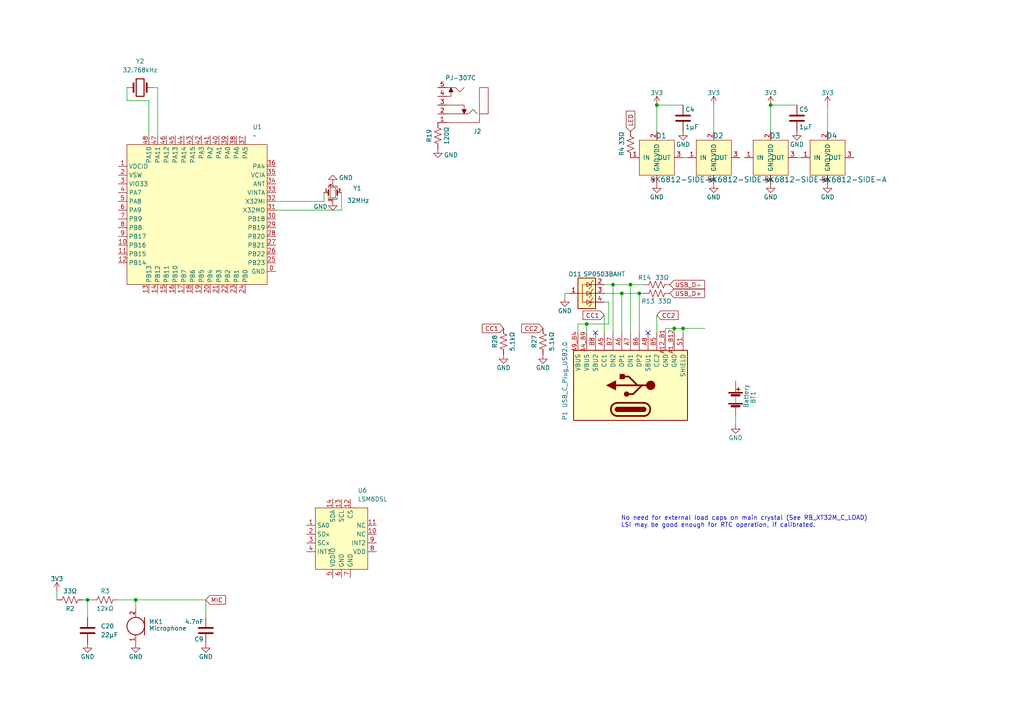
<source format=kicad_sch>
(kicad_sch (version 20250114) (generator "eeschema") (generator_version "9.0")
  (paper "A4")
  (lib_symbols
    (symbol "Device:Crystal" (pin_numbers (hide yes)) (pin_names (offset 1.016) (hide yes))
      (property "Reference" "Y" (at 0 3.81 0))
      (property "Value" "Crystal" (at 0 -3.81 0))
      (symbol "Crystal_0_1"
        (polyline (pts (xy -2.54 0) (xy -1.905 0)))
        (polyline (pts (xy -1.905 -1.27) (xy -1.905 1.27)) (stroke (width 0.508)))
        (rectangle (start -1.143 2.54) (end 1.143 -2.54) (stroke (width 0.3048)))
        (polyline (pts (xy 1.905 -1.27) (xy 1.905 1.27)) (stroke (width 0.508)))
        (polyline (pts (xy 2.54 0) (xy 1.905 0)))
      )
      (symbol "Crystal_1_1"
        (pin passive line (at -3.81 0 0) (length 1.27) (name "1") (number "1"))
        (pin passive line (at 3.81 0 180) (length 1.27) (name "2") (number "2"))
      )
    )
    (symbol "Device:Crystal_GND24_Small" (pin_names (offset 1.016) (hide yes))
      (property "Reference" "Y" (at 1.27 4.445 0))
      (property "Value" "Crystal_GND24_Small" (at 1.27 2.54 0))
      (symbol "Crystal_GND24_Small_0_1"
        (polyline (pts (xy -1.27 1.27) (xy -1.27 1.905) (xy 1.27 1.905) (xy 1.27 1.27)))
        (polyline (pts (xy -1.27 -0.762) (xy -1.27 0.762)) (stroke (width 0.381)))
        (polyline (pts (xy -1.27 -1.27) (xy -1.27 -1.905) (xy 1.27 -1.905) (xy 1.27 -1.27)))
        (rectangle (start -0.762 -1.524) (end 0.762 1.524))
        (polyline (pts (xy 1.27 -0.762) (xy 1.27 0.762)) (stroke (width 0.381)))
      )
      (symbol "Crystal_GND24_Small_1_1"
        (pin passive line (at -2.54 0 0) (length 1.27) (name "1") (number "1"))
        (pin passive line (at 0 2.54 270) (length 0.635) (name "4") (number "4"))
        (pin passive line (at 0 -2.54 90) (length 0.635) (name "2") (number "2"))
        (pin passive line (at 2.54 0 180) (length 1.27) (name "3") (number "3"))
      )
    )
    (symbol "Swadge_Parts:+3.3V" (power) (pin_names (offset 0))
      (property "Value" "+3.3V" (at 0 3.556 0))
      (symbol "+3.3V_0_1"
        (polyline (pts (xy -0.762 1.27) (xy 0 2.54)))
        (polyline (pts (xy 0 2.54) (xy 0.762 1.27)))
        (polyline (pts (xy 0 0) (xy 0 2.54)))
      )
      (symbol "+3.3V_1_1"
        (pin power_in line (at 0 0 90) (length 0) (hide yes) (name "+3V3") (number "1"))
      )
    )
    (symbol "Swadge_Parts:Battery" (pin_numbers (hide yes)) (pin_names (offset 0) (hide yes))
      (property "Reference" "BT" (at 2.54 2.54 0))
      (property "Value" "Battery" (at 2.54 0 0))
      (symbol "Battery_0_1"
        (rectangle (start -2.032 1.778) (end 2.032 1.524) (fill (type outline)))
        (rectangle (start -2.032 -1.397) (end 2.032 -1.651) (fill (type outline)))
        (rectangle (start -1.3208 1.1938) (end 1.27 0.6858) (fill (type outline)))
        (rectangle (start -1.3208 -1.9812) (end 1.27 -2.4892) (fill (type outline)))
        (polyline (pts (xy 0 1.778) (xy 0 2.54)))
        (polyline (pts (xy 0 0.508) (xy 0 0.762)))
        (polyline (pts (xy 0 0) (xy 0 0.254)))
        (polyline (pts (xy 0 -0.508) (xy 0 -0.254)))
        (polyline (pts (xy 0 -1.016) (xy 0 -0.762)))
        (polyline (pts (xy 0 -1.524) (xy 0 -1.27)))
        (polyline (pts (xy 0.254 2.667) (xy 1.27 2.667)) (stroke (width 0.254)))
        (polyline (pts (xy 0.762 3.175) (xy 0.762 2.159)) (stroke (width 0.254)))
      )
      (symbol "Battery_1_1"
        (pin passive line (at 0 5.08 270) (length 2.54) (name "+") (number "1"))
        (pin passive line (at 0 -5.08 90) (length 2.54) (name "-") (number "2"))
      )
    )
    (symbol "Swadge_Parts:C" (pin_numbers (hide yes)) (pin_names (offset 0.254))
      (property "Reference" "C" (at 0.635 2.54 0))
      (property "Value" "C" (at 0.635 -2.54 0))
      (symbol "C_0_1"
        (polyline (pts (xy -2.032 0.762) (xy 2.032 0.762)) (stroke (width 0.508)))
        (polyline (pts (xy -2.032 -0.762) (xy 2.032 -0.762)) (stroke (width 0.508)))
      )
      (symbol "C_1_1"
        (pin passive line (at 0 3.81 270) (length 2.794) (name "~") (number "1"))
        (pin passive line (at 0 -3.81 90) (length 2.794) (name "~") (number "2"))
      )
    )
    (symbol "Swadge_Parts:GND" (power) (pin_names (offset 0))
      (property "Value" "GND" (at 0 -3.81 0))
      (symbol "GND_0_1"
        (polyline (pts (xy 0 0) (xy 0 -1.27) (xy 1.27 -1.27) (xy 0 -2.54) (xy -1.27 -1.27) (xy 0 -1.27)))
      )
      (symbol "GND_1_1"
        (pin power_in line (at 0 0 270) (length 0) (hide yes) (name "GND") (number "1"))
      )
    )
    (symbol "Swadge_Parts:LSM6DS3TR-C"
      (property "Reference" "U" (at 0 0 0))
      (symbol "LSM6DS3TR-C_1_1"
        (rectangle (start -7.62 8.89) (end 7.62 -8.89) (fill (type background)))
        (pin bidirectional line (at -10.16 3.81 0) (length 2.54) (name "SA0") (number "1"))
        (pin bidirectional line (at -10.16 1.27 0) (length 2.54) (name "SDx") (number "2"))
        (pin bidirectional line (at -10.16 -1.27 0) (length 2.54) (name "SCx") (number "3"))
        (pin bidirectional line (at -10.16 -3.81 0) (length 2.54) (name "INT1") (number "4"))
        (pin bidirectional line (at -2.54 11.43 270) (length 2.54) (name "SDA") (number "14"))
        (pin bidirectional line (at -2.54 -11.43 90) (length 2.54) (name "VDDIO") (number "5"))
        (pin bidirectional line (at 0 11.43 270) (length 2.54) (name "SCL") (number "13"))
        (pin bidirectional line (at 0 -11.43 90) (length 2.54) (name "GND") (number "6"))
        (pin bidirectional line (at 2.54 11.43 270) (length 2.54) (name "CS") (number "12"))
        (pin bidirectional line (at 2.54 -11.43 90) (length 2.54) (name "GND") (number "7"))
        (pin bidirectional line (at 10.16 3.81 180) (length 2.54) (name "NC") (number "11"))
        (pin bidirectional line (at 10.16 1.27 180) (length 2.54) (name "NC") (number "10"))
        (pin bidirectional line (at 10.16 -1.27 180) (length 2.54) (name "INT2") (number "9"))
        (pin bidirectional line (at 10.16 -3.81 180) (length 2.54) (name "VDD") (number "8"))
      )
    )
    (symbol "Swadge_Parts:Microphone-INGHAi-4mm" (pin_names (offset 0.0254) (hide yes))
      (property "Reference" "MK" (at -3.81 1.27 0))
      (property "Value" "Microphone" (at -3.81 -0.635 0))
      (symbol "Microphone-INGHAi-4mm_0_1"
        (polyline (pts (xy -2.54 2.54) (xy -2.54 -2.54)) (stroke (width 0.254)))
        (circle (center 0 0) (radius 2.54) (stroke (width 0.254)))
        (polyline (pts (xy 0.254 3.81) (xy 0.762 3.81)))
        (polyline (pts (xy 0.508 4.064) (xy 0.508 3.556)))
      )
      (symbol "Microphone-INGHAi-4mm_1_1"
        (pin passive line (at 0 5.08 270) (length 2.54) (name "+") (number "2"))
        (pin passive line (at 0 -5.08 90) (length 2.54) (name "-") (number "1"))
      )
    )
    (symbol "Swadge_Parts:PJ-307C"
      (property "Reference" "J" (at -8.89 7.62 0))
      (symbol "PJ-307C_1_1"
        (polyline (pts (xy -5.08 2.54) (xy -5.715 1.27) (xy -4.445 1.27) (xy -5.08 2.54)) (fill (type outline)))
        (polyline (pts (xy -1.27 -5.08) (xy -1.27 -2.54) (xy 0.635 -2.54)))
        (polyline (pts (xy -1.27 -5.08) (xy -0.635 -3.81) (xy -1.905 -3.81) (xy -1.27 -5.08)) (fill (type outline)))
        (polyline (pts (xy 0 5.08) (xy -9.525 5.08) (xy -9.525 -5.08) (xy -12.065 -5.08) (xy -12.065 2.54) (xy -9.525 2.54)))
        (polyline (pts (xy 0 2.54) (xy -6.35 2.54) (xy -7.62 1.27) (xy -8.89 2.54)))
        (polyline (pts (xy 0 0) (xy -5.08 0) (xy -5.08 1.905)))
        (polyline (pts (xy 0 -5.08) (xy -2.54 -5.08) (xy -3.81 -3.81) (xy -5.08 -5.08)))
        (pin input line (at 2.54 5.08 180) (length 2.54) (name "") (number "1"))
        (pin input line (at 2.54 2.54 180) (length 2.54) (name "") (number "2"))
        (pin bidirectional line (at 2.54 0 180) (length 2.54) (name "") (number "3"))
        (pin bidirectional line (at 2.54 -2.54 180) (length 2.54) (name "") (number "4"))
        (pin input line (at 2.54 -5.08 180) (length 2.54) (name "") (number "5"))
      )
    )
    (symbol "Swadge_Parts:R_US" (pin_numbers (hide yes)) (pin_names (offset 0))
      (property "Reference" "R" (at 2.54 0 90))
      (property "Value" "R_US" (at -2.54 0 90))
      (symbol "R_US_0_1"
        (polyline (pts (xy 0 2.286) (xy 0 2.54)))
        (polyline (pts (xy 0 2.286) (xy 1.016 1.905) (xy 0 1.524) (xy -1.016 1.143) (xy 0 0.762)))
        (polyline (pts (xy 0 0.762) (xy 1.016 0.381) (xy 0 0) (xy -1.016 -0.381) (xy 0 -0.762)))
        (polyline (pts (xy 0 -0.762) (xy 1.016 -1.143) (xy 0 -1.524) (xy -1.016 -1.905) (xy 0 -2.286)))
        (polyline (pts (xy 0 -2.286) (xy 0 -2.54)))
      )
      (symbol "R_US_1_1"
        (pin passive line (at 0 3.81 270) (length 1.27) (name "~") (number "1"))
        (pin passive line (at 0 -3.81 90) (length 1.27) (name "~") (number "2"))
      )
    )
    (symbol "Swadge_Parts:SK6812-SIDE-A" (pin_names (offset 1.016))
      (property "Reference" "D" (at 1.27 6.35 0))
      (property "Value" "SK6812-SIDE-A" (at 7.62 -6.35 0))
      (symbol "SK6812-SIDE-A_0_1"
        (rectangle (start -5.08 5.08) (end 5.08 -5.08) (fill (type background)))
      )
      (symbol "SK6812-SIDE-A_1_1"
        (pin input line (at -7.62 0 0) (length 2.54) (name "IN") (number "1"))
        (pin input line (at 0 7.62 270) (length 2.54) (name "VDD") (number "2"))
        (pin input line (at 0 -7.62 90) (length 2.54) (name "GND") (number "4"))
        (pin output line (at 7.62 0 180) (length 2.54) (name "OUT") (number "3"))
      )
    )
    (symbol "Swadge_Parts:SP0503BAHT" (pin_names (offset 1.016) (hide yes))
      (property "Reference" "D" (at 5.715 2.54 0))
      (property "Value" "SP0503BAHT" (at 5.715 0.635 0))
      (symbol "SP0503BAHT_0_0"
        (pin input line (at 0 -5.08 90) (length 2.54) (name "A") (number "1"))
      )
      (symbol "SP0503BAHT_0_1"
        (rectangle (start -4.445 2.54) (end 4.445 -2.54) (stroke (width 0.254)) (fill (type background)))
        (polyline (pts (xy -3.81 1.905) (xy -3.175 1.27) (xy -1.905 1.27) (xy -1.27 0.635)))
        (polyline (pts (xy -2.54 2.54) (xy -2.54 1.27)))
        (polyline (pts (xy -2.54 1.27) (xy -2.54 -1.27) (xy 2.54 -1.27) (xy 2.54 1.27)))
        (polyline (pts (xy -2.54 1.27) (xy -1.905 0) (xy -3.175 0) (xy -2.54 1.27)))
        (polyline (pts (xy 0 2.54) (xy 0 1.27)))
        (polyline (pts (xy 0 -1.27) (xy 0 1.27)))
        (polyline (pts (xy 0 -1.27) (xy 0 -2.54)))
        (polyline (pts (xy 0.635 1.27) (xy 1.27 0.635)))
        (polyline (pts (xy 0.635 1.27) (xy -0.635 1.27) (xy -1.27 1.905)))
        (polyline (pts (xy 0.635 0) (xy -0.635 0) (xy 0 1.27) (xy 0.635 0)))
        (polyline (pts (xy 1.27 1.905) (xy 1.905 1.27) (xy 3.175 1.27) (xy 3.81 0.635)))
        (polyline (pts (xy 2.54 2.54) (xy 2.54 1.27)))
        (polyline (pts (xy 2.54 1.27) (xy 1.905 0) (xy 3.175 0) (xy 2.54 1.27)))
      )
      (symbol "SP0503BAHT_1_1"
        (pin input line (at -2.54 5.08 270) (length 2.54) (name "K") (number "2"))
        (pin input line (at 0 5.08 270) (length 2.54) (name "K") (number "3"))
        (pin input line (at 2.54 5.08 270) (length 2.54) (name "K") (number "4"))
      )
    )
    (symbol "Swadge_Parts:USB_C_Plug_USB2.0" (pin_names (offset 1.016))
      (property "Reference" "P" (at -10.16 19.05 0))
      (property "Value" "USB_C_Plug_USB2.0" (at 12.7 19.05 0))
      (symbol "USB_C_Plug_USB2.0_0_1"
        (rectangle (start -10.16 16.51) (end 10.16 -16.51) (stroke (width 0.254)) (fill (type background)))
        (polyline (pts (xy -8.89 -3.81) (xy -8.89 3.81)) (stroke (width 0.508)))
        (rectangle (start -7.62 -3.81) (end -6.35 3.81) (stroke (width 0.254)) (fill (type outline)))
        (arc (start -7.62 3.81) (mid -6.985 4.4423) (end -6.35 3.81) (stroke (width 0.254)))
        (arc (start -7.62 3.81) (mid -6.985 4.4423) (end -6.35 3.81) (stroke (width 0.254)) (fill (type outline)))
        (arc (start -8.89 3.81) (mid -6.985 5.7067) (end -5.08 3.81) (stroke (width 0.508)))
        (arc (start -5.08 -3.81) (mid -6.985 -5.7067) (end -8.89 -3.81) (stroke (width 0.508)))
        (arc (start -6.35 -3.81) (mid -6.985 -4.4423) (end -7.62 -3.81) (stroke (width 0.254)))
        (arc (start -6.35 -3.81) (mid -6.985 -4.4423) (end -7.62 -3.81) (stroke (width 0.254)) (fill (type outline)))
        (polyline (pts (xy -5.08 3.81) (xy -5.08 -3.81)) (stroke (width 0.508)))
        (circle (center -2.54 1.143) (radius 0.635) (stroke (width 0.254)) (fill (type outline)))
        (polyline (pts (xy -1.27 4.318) (xy 0 6.858) (xy 1.27 4.318) (xy -1.27 4.318)) (stroke (width 0.254)) (fill (type outline)))
        (polyline (pts (xy 0 -2.032) (xy 2.54 0.508) (xy 2.54 1.778)) (stroke (width 0.508)))
        (polyline (pts (xy 0 -3.302) (xy -2.54 -0.762) (xy -2.54 0.508)) (stroke (width 0.508)))
        (polyline (pts (xy 0 -5.842) (xy 0 4.318)) (stroke (width 0.508)))
        (circle (center 0 -5.842) (radius 1.27) (fill (type outline)))
        (rectangle (start 1.905 1.778) (end 3.175 3.048) (stroke (width 0.254)) (fill (type outline)))
      )
      (symbol "USB_C_Plug_USB2.0_1_1"
        (pin passive line (at 15.24 15.24 180) (length 5.08) (name "VBUS") (number "A9_B4"))
        (pin passive line (at 15.24 12.7 180) (length 5.08) (name "VBUS") (number "A4_B9"))
        (pin bidirectional line (at 15.24 10.16 180) (length 5.08) (name "SBU2") (number "B8"))
        (pin bidirectional line (at 15.24 7.62 180) (length 5.08) (name "CC1") (number "A5"))
        (pin bidirectional line (at 15.24 5.08 180) (length 5.08) (name "DN2") (number "B7"))
        (pin bidirectional line (at 15.24 2.54 180) (length 5.08) (name "DP1") (number "A6"))
        (pin bidirectional line (at 15.24 0 180) (length 5.08) (name "DN1") (number "A7"))
        (pin bidirectional line (at 15.24 -2.54 180) (length 5.08) (name "DP2") (number "B6"))
        (pin bidirectional line (at 15.24 -5.08 180) (length 5.08) (name "SBU1") (number "A8"))
        (pin bidirectional line (at 15.24 -7.62 180) (length 5.08) (name "CC2") (number "B5"))
        (pin passive line (at 15.24 -10.16 180) (length 5.08) (name "GND") (number "A12_B1"))
        (pin passive line (at 15.24 -12.7 180) (length 5.08) (name "GND") (number "A1_B12"))
        (pin passive line (at 15.24 -15.24 180) (length 5.08) (name "SHIELD") (number "S1"))
      )
    )
    (symbol "cnhardware:CH584M"
      (property "Reference" "U" (at 0 -0.254 0))
      (symbol "CH584M_1_1"
        (rectangle (start -20.32 20.32) (end 20.32 -20.32) (fill (type background)))
        (pin bidirectional line (at -22.86 13.97 0) (length 2.54) (name "VDCID") (number "1"))
        (pin bidirectional line (at -22.86 11.43 0) (length 2.54) (name "VSW") (number "2"))
        (pin bidirectional line (at -22.86 8.89 0) (length 2.54) (name "VIO33") (number "3"))
        (pin bidirectional line (at -22.86 6.35 0) (length 2.54) (name "PA7") (number "4"))
        (pin bidirectional line (at -22.86 3.81 0) (length 2.54) (name "PA8") (number "5"))
        (pin bidirectional line (at -22.86 1.27 0) (length 2.54) (name "PA9") (number "6"))
        (pin bidirectional line (at -22.86 -1.27 0) (length 2.54) (name "PB9") (number "7"))
        (pin bidirectional line (at -22.86 -3.81 0) (length 2.54) (name "PB8") (number "8"))
        (pin bidirectional line (at -22.86 -6.35 0) (length 2.54) (name "PB17") (number "9"))
        (pin bidirectional line (at -22.86 -8.89 0) (length 2.54) (name "PB16") (number "10"))
        (pin bidirectional line (at -22.86 -11.43 0) (length 2.54) (name "PB15") (number "11"))
        (pin bidirectional line (at -22.86 -13.97 0) (length 2.54) (name "PB14") (number "12"))
        (pin bidirectional line (at -13.97 22.86 270) (length 2.54) (name "PA10") (number "48"))
        (pin bidirectional line (at -13.97 -22.86 90) (length 2.54) (name "PB13") (number "13"))
        (pin bidirectional line (at -11.43 22.86 270) (length 2.54) (name "PA11") (number "47"))
        (pin bidirectional line (at -11.43 -22.86 90) (length 2.54) (name "PB12") (number "14"))
        (pin bidirectional line (at -8.89 22.86 270) (length 2.54) (name "PA12") (number "46"))
        (pin bidirectional line (at -8.89 -22.86 90) (length 2.54) (name "PB11") (number "15"))
        (pin bidirectional line (at -6.35 22.86 270) (length 2.54) (name "PA13") (number "45"))
        (pin bidirectional line (at -6.35 -22.86 90) (length 2.54) (name "PB10") (number "16"))
        (pin bidirectional line (at -3.81 22.86 270) (length 2.54) (name "PA14") (number "44"))
        (pin bidirectional line (at -3.81 -22.86 90) (length 2.54) (name "PB7") (number "17"))
        (pin bidirectional line (at -1.27 22.86 270) (length 2.54) (name "PA15") (number "43"))
        (pin bidirectional line (at -1.27 -22.86 90) (length 2.54) (name "PB6") (number "18"))
        (pin bidirectional line (at 1.27 22.86 270) (length 2.54) (name "PA3") (number "42"))
        (pin bidirectional line (at 1.27 -22.86 90) (length 2.54) (name "PB5") (number "19"))
        (pin bidirectional line (at 3.81 22.86 270) (length 2.54) (name "PA2") (number "41"))
        (pin bidirectional line (at 3.81 -22.86 90) (length 2.54) (name "PB4") (number "20"))
        (pin bidirectional line (at 6.35 22.86 270) (length 2.54) (name "PA1") (number "40"))
        (pin bidirectional line (at 6.35 -22.86 90) (length 2.54) (name "PB3") (number "21"))
        (pin bidirectional line (at 8.89 22.86 270) (length 2.54) (name "PA0") (number "39"))
        (pin bidirectional line (at 8.89 -22.86 90) (length 2.54) (name "PB2") (number "22"))
        (pin bidirectional line (at 11.43 22.86 270) (length 2.54) (name "PA6") (number "38"))
        (pin bidirectional line (at 11.43 -22.86 90) (length 2.54) (name "PB1") (number "23"))
        (pin bidirectional line (at 13.97 22.86 270) (length 2.54) (name "PA5") (number "37"))
        (pin bidirectional line (at 13.97 -22.86 90) (length 2.54) (name "PB0") (number "24"))
        (pin bidirectional line (at 22.86 13.97 180) (length 2.54) (name "PA4") (number "36"))
        (pin bidirectional line (at 22.86 11.43 180) (length 2.54) (name "VCIA") (number "35"))
        (pin bidirectional line (at 22.86 8.89 180) (length 2.54) (name "ANT") (number "34"))
        (pin bidirectional line (at 22.86 6.35 180) (length 2.54) (name "VINTA") (number "33"))
        (pin bidirectional line (at 22.86 3.81 180) (length 2.54) (name "X32MI") (number "32"))
        (pin bidirectional line (at 22.86 1.27 180) (length 2.54) (name "X32MO") (number "31"))
        (pin bidirectional line (at 22.86 -1.27 180) (length 2.54) (name "PB18") (number "30"))
        (pin bidirectional line (at 22.86 -3.81 180) (length 2.54) (name "PB19") (number "29"))
        (pin bidirectional line (at 22.86 -6.35 180) (length 2.54) (name "PB20") (number "28"))
        (pin bidirectional line (at 22.86 -8.89 180) (length 2.54) (name "PB21") (number "27"))
        (pin bidirectional line (at 22.86 -11.43 180) (length 2.54) (name "PB22") (number "26"))
        (pin bidirectional line (at 22.86 -13.97 180) (length 2.54) (name "PB23") (number "25"))
        (pin bidirectional line (at 22.86 -16.51 180) (length 2.54) (name "GND") (number "0"))
      )
    )
    (symbol "power:GND" (power) (pin_names (offset 0))
      (property "Value" "GND" (at 0 -3.81 0))
      (symbol "GND_0_1"
        (polyline (pts (xy 0 0) (xy 0 -1.27) (xy 1.27 -1.27) (xy 0 -2.54) (xy -1.27 -1.27) (xy 0 -1.27)))
      )
      (symbol "GND_1_1"
        (pin power_in line (at 0 0 270) (length 0) (hide yes) (name "GND") (number "1"))
      )
    )
  )
  (text "No need for external load caps on main crystal (See RB_XT32M_C_LOAD)\nLSI may be good enough for RTC operation, if calibrated." (at 180.086 149.606 0) (effects (font (size 1.27 1.27)) (justify left top)))
  (junction (at 25.4 173.99))
  (junction (at 39.37 173.99))
  (junction (at 180.34 85.09))
  (junction (at 170.18 93.98))
  (junction (at 223.52 30.48))
  (junction (at 182.88 82.55))
  (junction (at 185.42 85.09))
  (junction (at 177.8 82.55))
  (junction (at 190.5 30.48))
  (junction (at 198.12 95.25))
  (junction (at 195.58 95.25))
  (no_connect (at 187.96 96.52))
  (no_connect (at 172.72 96.52))
  (wire (pts (xy 223.52 30.48) (xy 223.52 38.1)))
  (wire (pts (xy 167.64 93.98) (xy 167.64 96.52)))
  (wire (pts (xy 45.72 39.37) (xy 45.72 25.4)))
  (wire (pts (xy 193.04 96.52) (xy 193.04 95.25)))
  (wire (pts (xy 231.14 45.72) (xy 232.41 45.72)))
  (wire (pts (xy 43.18 39.37) (xy 43.18 29.21)))
  (wire (pts (xy 190.5 91.44) (xy 190.5 96.52)))
  (wire (pts (xy 163.83 85.09) (xy 165.1 85.09)))
  (wire (pts (xy 190.5 30.48) (xy 190.5 38.1)))
  (wire (pts (xy 198.12 95.25) (xy 204.47 95.25)))
  (wire (pts (xy 99.06 60.96) (xy 99.06 55.88)))
  (wire (pts (xy 80.01 58.42) (xy 93.98 58.42)))
  (wire (pts (xy 177.8 82.55) (xy 177.8 96.52)))
  (wire (pts (xy 240.03 30.48) (xy 240.03 38.1)))
  (wire (pts (xy 59.69 173.99) (xy 59.69 179.07)))
  (wire (pts (xy 185.42 85.09) (xy 186.69 85.09)))
  (wire (pts (xy 177.8 82.55) (xy 182.88 82.55)))
  (wire (pts (xy 170.18 93.98) (xy 176.53 93.98)))
  (wire (pts (xy 180.34 85.09) (xy 180.34 96.52)))
  (wire (pts (xy 39.37 173.99) (xy 59.69 173.99)))
  (wire (pts (xy 193.04 95.25) (xy 195.58 95.25)))
  (wire (pts (xy 177.8 82.55) (xy 175.26 82.55)))
  (wire (pts (xy 176.53 87.63) (xy 175.26 87.63)))
  (wire (pts (xy 45.72 25.4) (xy 44.45 25.4)))
  (wire (pts (xy 176.53 87.63) (xy 176.53 93.98)))
  (wire (pts (xy 198.12 95.25) (xy 198.12 96.52)))
  (wire (pts (xy 25.4 173.99) (xy 26.67 173.99)))
  (wire (pts (xy 207.01 30.48) (xy 207.01 38.1)))
  (wire (pts (xy 93.98 55.88) (xy 93.98 58.42)))
  (wire (pts (xy 180.34 85.09) (xy 185.42 85.09)))
  (wire (pts (xy 223.52 30.48) (xy 231.14 30.48)))
  (wire (pts (xy 190.5 30.48) (xy 198.12 30.48)))
  (wire (pts (xy 182.88 82.55) (xy 186.69 82.55)))
  (wire (pts (xy 182.88 82.55) (xy 182.88 96.52)))
  (wire (pts (xy 163.83 86.36) (xy 163.83 85.09)))
  (wire (pts (xy 175.26 91.44) (xy 175.26 96.52)))
  (wire (pts (xy 16.51 171.45) (xy 16.51 173.99)))
  (wire (pts (xy 213.36 120.65) (xy 213.36 123.19)))
  (wire (pts (xy 43.18 29.21) (xy 36.83 29.21)))
  (wire (pts (xy 185.42 85.09) (xy 185.42 96.52)))
  (wire (pts (xy 167.64 93.98) (xy 170.18 93.98)))
  (wire (pts (xy 175.26 85.09) (xy 180.34 85.09)))
  (wire (pts (xy 39.37 173.99) (xy 39.37 176.53)))
  (wire (pts (xy 25.4 179.07) (xy 25.4 173.99)))
  (wire (pts (xy 198.12 45.72) (xy 199.39 45.72)))
  (wire (pts (xy 195.58 95.25) (xy 195.58 96.52)))
  (wire (pts (xy 195.58 95.25) (xy 198.12 95.25)))
  (wire (pts (xy 34.29 173.99) (xy 39.37 173.99)))
  (wire (pts (xy 36.83 29.21) (xy 36.83 25.4)))
  (wire (pts (xy 25.4 173.99) (xy 24.13 173.99)))
  (wire (pts (xy 170.18 93.98) (xy 170.18 96.52)))
  (wire (pts (xy 80.01 60.96) (xy 99.06 60.96)))
  (global_label "CC2" (shape input) (at 190.5 91.44 0) (property "Intersheetrefs" "${INTERSHEET_REFS}" (effects (hide yes))))
  (global_label "CC1" (shape input) (at 146.05 95.25 180) (property "Intersheetrefs" "${INTERSHEET_REFS}" (effects (hide yes))))
  (global_label "MIC" (shape input) (at 59.69 173.99 0) (property "Intersheetrefs" "${INTERSHEET_REFS}" (effects (hide yes))))
  (global_label "LED" (shape input) (at 182.88 38.1 90) (property "Intersheetrefs" "${INTERSHEET_REFS}" (effects (hide yes))))
  (global_label "CC2" (shape input) (at 157.48 95.25 180) (property "Intersheetrefs" "${INTERSHEET_REFS}" (effects (hide yes))))
  (global_label "USB_D+" (shape input) (at 194.31 85.09 0) (property "Intersheetrefs" "${INTERSHEET_REFS}" (effects (hide yes))))
  (global_label "USB_D-" (shape input) (at 194.31 82.55 0) (property "Intersheetrefs" "${INTERSHEET_REFS}" (effects (hide yes))))
  (global_label "CC1" (shape input) (at 175.26 91.44 180) (property "Intersheetrefs" "${INTERSHEET_REFS}" (effects (hide yes))))
  (symbol (lib_id "Swadge_Parts:GND") (at 223.52 53.34 0) (unit 1)
    (property "Reference" "#PWR19" (effects (hide yes)))
    (property "Value" "GND" (at 223.52 57.15 0))
    (property "Description" "Power symbol creates a global label with name \"GND\" , ground" (effects (hide yes)))
  )
  (symbol (lib_id "Swadge_Parts:R_US") (at 182.88 41.91 180) (unit 1)
    (property "Reference" "R4" (at 180.34 43.942 90))
    (property "Value" "33Ω" (at 180.34 40.132 90))
    (property "Footprint" "Swadge_Parts:R_0603_1608Metric" (effects (hide yes)))
    (property "Description" "Resistor US symbol" (effects (hide yes)))
    (property "Cost100" "10" (effects (hide yes)))
    (property "Substitutable" "Y" (effects (hide yes)))
    (property "LCSC" "C23140" (effects (hide yes)))
    (property "Cost @ 2.5k" "0.0008" (effects (hide yes)))
  )
  (symbol (lib_id "Swadge_Parts:SK6812-SIDE-A") (at 223.52 45.72 0) (unit 1)
    (property "Reference" "D3" (at 224.79 39.37 0) (effects (font (size 1.524 1.524))))
    (property "Value" "SK6812-SIDE-A" (at 231.14 52.07 0) (effects (font (size 1.524 1.524))))
    (property "Footprint" "Swadge_Parts:SK6812_SIDE_2" (effects (hide yes)))
    (property "Datasheet" "https://datasheet.lcsc.com/lcsc/2108251530_OPSCO-Optoelectronics-SK6812SIDE-A-RVS_C2890037.pdf" (effects (hide yes)))
    (property "Digikey" "1528-4691-ND" (effects (hide yes)))
    (property "Substitutable" "Y" (effects (hide yes)))
    (property "LCSC" "C2890037" (effects (hide yes)))
    (property "Cost @ 2.5k" "0.0352" (effects (hide yes)))
  )
  (symbol (lib_id "Swadge_Parts:R_US") (at 127 39.37 180) (unit 1)
    (property "Reference" "R19" (at 124.46 39.37 90))
    (property "Value" "120Ω" (at 129.54 39.37 90))
    (property "Footprint" "Swadge_Parts:R_0603_1608Metric" (effects (hide yes)))
    (property "Description" "Resistor US symbol" (effects (hide yes)))
    (property "Cost100" "10" (effects (hide yes)))
    (property "Substitutable" "Y" (effects (hide yes)))
    (property "LCSC" "C313655" (effects (hide yes)))
    (property "Cost @ 2.5k" "0.0007" (effects (hide yes)))
  )
  (symbol (lib_id "Swadge_Parts:R_US") (at 190.5 85.09 270) (unit 1)
    (property "Reference" "R13" (at 187.96 87.376 90))
    (property "Value" "33Ω" (at 192.786 87.376 90))
    (property "Footprint" "Swadge_Parts:R_0603_1608Metric" (effects (hide yes)))
    (property "Description" "Resistor US symbol" (effects (hide yes)))
    (property "Cost100" "10" (effects (hide yes)))
    (property "Substitutable" "Y" (effects (hide yes)))
    (property "LCSC" "C23140" (effects (hide yes)))
    (property "Cost @ 2.5k" "0.0008" (effects (hide yes)))
  )
  (symbol (lib_id "Swadge_Parts:R_US") (at 30.48 173.99 90) (unit 1)
    (property "Reference" "R3" (at 30.48 171.45 90))
    (property "Value" "12kΩ" (at 30.48 176.53 90))
    (property "Footprint" "Swadge_Parts:R_0603_1608Metric" (effects (hide yes)))
    (property "Description" "Resistor US symbol" (effects (hide yes)))
    (property "Cost100" "10" (effects (hide yes)))
    (property "Substitutable" "Y" (effects (hide yes)))
    (property "LCSC" "C22790" (effects (hide yes)))
    (property "Cost @ 2.5k" "0.0008" (effects (hide yes)))
  )
  (symbol (lib_id "Swadge_Parts:R_US") (at 157.48 99.06 180) (unit 1)
    (property "Reference" "R27" (at 154.94 99.06 90))
    (property "Value" "5.1kΩ" (at 160.02 99.06 90))
    (property "Footprint" "Swadge_Parts:R_0603_1608Metric" (effects (hide yes)))
    (property "Description" "Resistor US symbol" (effects (hide yes)))
    (property "Cost100" "10" (effects (hide yes)))
    (property "Substitutable" "Y" (effects (hide yes)))
    (property "LCSC" "C23186" (effects (hide yes)))
    (property "Cost @ 2.5k" "0.0008" (effects (hide yes)))
  )
  (symbol (lib_id "Swadge_Parts:GND") (at 59.69 186.69 0) (unit 1)
    (property "Reference" "#PWR112" (effects (hide yes)))
    (property "Value" "GND" (at 59.69 190.5 0))
    (property "Description" "Power symbol creates a global label with name \"GND\" , ground" (effects (hide yes)))
  )
  (symbol (lib_id "Device:Crystal") (at 40.64 25.4 0) (unit 1)
    (property "Reference" "Y2" (at 40.64 17.78 0))
    (property "Value" "32.768kHz" (at 40.64 20.32 0))
    (property "Footprint" "Crystal:Crystal_SMD_3215-2Pin_3.2x1.5mm" (effects (hide yes)))
    (property "Description" "Two pin crystal" (effects (hide yes)))
    (property "LCSC" "C7294751" (effects (hide yes)))
  )
  (symbol (lib_id "Swadge_Parts:GND") (at 207.01 53.34 0) (unit 1)
    (property "Reference" "#PWR17" (effects (hide yes)))
    (property "Value" "GND" (at 207.01 57.15 0))
    (property "Description" "Power symbol creates a global label with name \"GND\" , ground" (effects (hide yes)))
  )
  (symbol (lib_id "Swadge_Parts:+3.3V") (at 190.5 30.48 0) (unit 1)
    (property "Reference" "#PWR13" (effects (hide yes)))
    (property "Value" "3V3" (at 190.5 26.924 0))
    (property "Description" "Power symbol creates a global label with name \"+3.3V\"" (effects (hide yes)))
  )
  (symbol (lib_id "Swadge_Parts:SP0503BAHT") (at 170.18 85.09 270) (unit 1)
    (property "Reference" "D11" (at 164.846 79.502 90) (effects (justify left)))
    (property "Value" "SP0503BAHT" (at 169.164 79.502 90) (effects (justify left)))
    (property "Footprint" "Swadge_Parts:SOT-143" (effects (hide yes)))
    (property "Datasheet" "https://datasheet.lcsc.com/lcsc/2108132030_TECH-PUBLIC-TPSP0503BAHTG_C2682275.pdf" (effects (hide yes)))
    (property "Description" "TVS Diode Array, 5.5V Standoff, 3 Channels, SOT-143 package" (effects (hide yes)))
    (property "Digikey" "F2715CT-ND" (effects (hide yes)))
    (property "Cost100" "95" (effects (hide yes)))
    (property "Substitutable" "Y" (effects (hide yes)))
    (property "LCSC" "C2682275" (effects (hide yes)))
    (property "Cost @ 2.5k" "0.0481" (effects (hide yes)))
  )
  (symbol (lib_id "Device:Crystal_GND24_Small") (at 96.52 55.88 0) (unit 1)
    (property "Reference" "Y1" (at 103.632 54.61 0))
    (property "Value" "32MHz" (at 103.886 58.166 0))
    (property "Footprint" "Crystal:Crystal_SMD_2016-4Pin_2.0x1.6mm" (effects (hide yes)))
    (property "Description" "Four pin crystal, GND on pins 2 and 4, small symbol" (effects (hide yes)))
    (property "LCSC" "C2965584" (effects (hide yes)))
  )
  (symbol (lib_id "Swadge_Parts:GND") (at 157.48 102.87 0) (unit 1)
    (property "Reference" "#PWR7" (effects (hide yes)))
    (property "Value" "GND" (at 157.48 106.68 0))
    (property "Description" "Power symbol creates a global label with name \"GND\" , ground" (effects (hide yes)))
  )
  (symbol (lib_id "Swadge_Parts:GND") (at 213.36 123.19 0) (unit 1)
    (property "Reference" "#PWR108" (effects (hide yes)))
    (property "Value" "GND" (at 213.36 127 0))
    (property "Description" "Power symbol creates a global label with name \"GND\" , ground" (effects (hide yes)))
  )
  (symbol (lib_id "Swadge_Parts:+3.3V") (at 16.51 171.45 0) (unit 1)
    (property "Reference" "#PWR113" (effects (hide yes)))
    (property "Value" "3V3" (at 16.51 167.894 0))
    (property "Description" "Power symbol creates a global label with name \"+3.3V\"" (effects (hide yes)))
  )
  (symbol (lib_id "Swadge_Parts:C") (at 25.4 182.88 0) (unit 1)
    (property "Reference" "C20" (at 29.21 181.6099 0) (effects (justify left)))
    (property "Value" "22μF" (at 29.21 184.1499 0) (effects (justify left)))
    (property "Footprint" "Swadge_Parts:C_0603_1608Metric" (effects (hide yes)))
    (property "Description" "Unpolarized capacitor" (effects (hide yes)))
    (property "Cost100" "10" (effects (hide yes)))
    (property "Substitutable" "Y" (effects (hide yes)))
    (property "LCSC" "C159801" (effects (hide yes)))
    (property "Cost @ 2.5k" "0.0079" (effects (hide yes)))
  )
  (symbol (lib_id "Swadge_Parts:USB_C_Plug_USB2.0") (at 182.88 111.76 90) (unit 1)
    (property "Reference" "P1" (at 163.83 121.92 0) (effects (justify left)))
    (property "Value" "USB_C_Plug_USB2.0" (at 163.83 99.06 0) (effects (justify right)))
    (property "Footprint" "Swadge_Parts:USB_C_Receptacle_HRO_TYPE-C-31-M-12" (effects (hide yes)))
    (property "Datasheet" "https://datasheet.lcsc.com/lcsc/2108131730_Korean-Hroparts-Elec-TYPE-C-31-M-12_C165948.pdf" (effects (hide yes)))
    (property "Description" "USB 2.0-only Type-C Plug connector" (effects (hide yes)))
    (property "Cost100" "7.19" (effects (hide yes)))
    (property "LCSC" "C2765186" (effects (hide yes)))
    (property "Notes" "https://www.usb.org/sites/default/files/documents/usb_type-c.zip" (effects (hide yes)))
    (property "Substitutable" "Y" (effects (hide yes)))
    (property "Cost @ 2.5k" "0.0334" (effects (hide yes)))
  )
  (symbol (lib_id "Swadge_Parts:R_US") (at 146.05 99.06 180) (unit 1)
    (property "Reference" "R28" (at 143.51 99.06 90))
    (property "Value" "5.1kΩ" (at 148.59 99.06 90))
    (property "Footprint" "Swadge_Parts:R_0603_1608Metric" (effects (hide yes)))
    (property "Description" "Resistor US symbol" (effects (hide yes)))
    (property "Cost100" "10" (effects (hide yes)))
    (property "Substitutable" "Y" (effects (hide yes)))
    (property "LCSC" "C23186" (effects (hide yes)))
    (property "Cost @ 2.5k" "0.0008" (effects (hide yes)))
  )
  (symbol (lib_id "Swadge_Parts:SK6812-SIDE-A") (at 190.5 45.72 0) (unit 1)
    (property "Reference" "D1" (at 191.77 39.37 0) (effects (font (size 1.524 1.524))))
    (property "Value" "SK6812-SIDE-A" (at 198.12 52.07 0) (effects (font (size 1.524 1.524))))
    (property "Footprint" "Swadge_Parts:SK6812_SIDE_2" (effects (hide yes)))
    (property "Datasheet" "https://datasheet.lcsc.com/lcsc/2108251530_OPSCO-Optoelectronics-SK6812SIDE-A-RVS_C2890037.pdf" (effects (hide yes)))
    (property "Digikey" "1528-4691-ND" (effects (hide yes)))
    (property "Substitutable" "Y" (effects (hide yes)))
    (property "LCSC" "C2890037" (effects (hide yes)))
    (property "Cost @ 2.5k" "0.0352" (effects (hide yes)))
  )
  (symbol (lib_id "Swadge_Parts:Battery") (at 213.36 115.57 0) (unit 1)
    (property "Reference" "BT1" (at 218.44 117.094 90) (effects (justify left)))
    (property "Value" "Battery" (at 216.408 118.364 90) (effects (justify left)))
    (property "Footprint" "Swadge_Parts:2460" (effects (hide yes)))
    (property "Datasheet" "https://www.keyelco.com/userAssets/file/M65p28.pdf" (effects (hide yes)))
    (property "Description" "BATT HOLDER AA 1 CELL PC PIN" (effects (hide yes)))
    (property "Digikey" "36-2460-ND" (effects (hide yes)))
    (property "Cost100" "116" (effects (hide yes)))
    (property "Substitutable" "Y" (effects (hide yes)))
    (property "Notes" "Use through-hole AA Battery Holder in Style of Keystone 2460. Two fins hold batteries, not four fins." (effects (hide yes)))
    (property "Cost @ 2.5k" "0.11" (effects (hide yes)))
  )
  (symbol (lib_id "Swadge_Parts:R_US") (at 20.32 173.99 270) (unit 1)
    (property "Reference" "R2" (at 20.32 176.53 90))
    (property "Value" "33Ω" (at 20.32 171.45 90))
    (property "Footprint" "Swadge_Parts:R_0603_1608Metric" (effects (hide yes)))
    (property "Description" "Resistor US symbol" (effects (hide yes)))
    (property "Cost100" "10" (effects (hide yes)))
    (property "Substitutable" "Y" (effects (hide yes)))
    (property "LCSC" "C23140" (effects (hide yes)))
    (property "Cost @ 2.5k" "0.0008" (effects (hide yes)))
  )
  (symbol (lib_id "Swadge_Parts:+3.3V") (at 207.01 30.48 0) (unit 1)
    (property "Reference" "#PWR16" (effects (hide yes)))
    (property "Value" "3V3" (at 207.01 26.924 0))
    (property "Description" "Power symbol creates a global label with name \"+3.3V\"" (effects (hide yes)))
  )
  (symbol (lib_id "Swadge_Parts:GND") (at 39.37 186.69 0) (unit 1)
    (property "Reference" "#PWR104" (effects (hide yes)))
    (property "Value" "GND" (at 39.37 190.5 0))
    (property "Description" "Power symbol creates a global label with name \"GND\" , ground" (effects (hide yes)))
  )
  (symbol (lib_id "Swadge_Parts:R_US") (at 190.5 82.55 270) (unit 1)
    (property "Reference" "R14" (at 186.944 80.518 90))
    (property "Value" "33Ω" (at 192.024 80.518 90))
    (property "Footprint" "Swadge_Parts:R_0603_1608Metric" (effects (hide yes)))
    (property "Description" "Resistor US symbol" (effects (hide yes)))
    (property "Cost100" "10" (effects (hide yes)))
    (property "Substitutable" "Y" (effects (hide yes)))
    (property "LCSC" "C23140" (effects (hide yes)))
    (property "Cost @ 2.5k" "0.0008" (effects (hide yes)))
  )
  (symbol (lib_id "Swadge_Parts:+3.3V") (at 223.52 30.48 0) (unit 1)
    (property "Reference" "#PWR18" (effects (hide yes)))
    (property "Value" "3V3" (at 223.52 26.924 0))
    (property "Description" "Power symbol creates a global label with name \"+3.3V\"" (effects (hide yes)))
  )
  (symbol (lib_id "Swadge_Parts:GND") (at 231.14 38.1 0) (unit 1)
    (property "Reference" "#PWR20" (effects (hide yes)))
    (property "Value" "GND" (at 231.14 41.91 0))
    (property "Description" "Power symbol creates a global label with name \"GND\" , ground" (effects (hide yes)))
  )
  (symbol (lib_id "Swadge_Parts:GND") (at 146.05 102.87 0) (unit 1)
    (property "Reference" "#PWR8" (effects (hide yes)))
    (property "Value" "GND" (at 146.05 106.68 0))
    (property "Description" "Power symbol creates a global label with name \"GND\" , ground" (effects (hide yes)))
  )
  (symbol (lib_id "power:GND") (at 96.52 58.42 0) (unit 1)
    (property "Reference" "#PWR08" (effects (hide yes)))
    (property "Value" "GND" (at 90.932 59.944 0) (effects (justify left)))
  )
  (symbol (lib_id "Swadge_Parts:GND") (at 163.83 86.36 0) (unit 1)
    (property "Reference" "#PWR11" (effects (hide yes)))
    (property "Value" "GND" (at 163.83 90.17 0))
    (property "Description" "Power symbol creates a global label with name \"GND\" , ground" (effects (hide yes)))
  )
  (symbol (lib_id "Swadge_Parts:SK6812-SIDE-A") (at 240.03 45.72 0) (unit 1)
    (property "Reference" "D4" (at 241.3 39.37 0) (effects (font (size 1.524 1.524))))
    (property "Value" "SK6812-SIDE-A" (at 247.65 52.07 0) (effects (font (size 1.524 1.524))))
    (property "Footprint" "Swadge_Parts:SK6812_SIDE_2" (effects (hide yes)))
    (property "Datasheet" "https://datasheet.lcsc.com/lcsc/2108251530_OPSCO-Optoelectronics-SK6812SIDE-A-RVS_C2890037.pdf" (effects (hide yes)))
    (property "Digikey" "1528-4691-ND" (effects (hide yes)))
    (property "Substitutable" "Y" (effects (hide yes)))
    (property "LCSC" "C2890037" (effects (hide yes)))
    (property "Cost @ 2.5k" "0.0352" (effects (hide yes)))
  )
  (symbol (lib_id "Swadge_Parts:C") (at 231.14 34.29 0) (unit 1)
    (property "Reference" "C5" (at 231.775 31.75 0) (effects (justify left)))
    (property "Value" "1μF" (at 231.775 36.83 0) (effects (justify left)))
    (property "Footprint" "Swadge_Parts:C_0603_1608Metric" (effects (hide yes)))
    (property "Description" "Unpolarized capacitor" (effects (hide yes)))
    (property "Cost100" "10" (effects (hide yes)))
    (property "Substitutable" "Y" (effects (hide yes)))
    (property "LCSC" "C15849" (effects (hide yes)))
    (property "Cost @ 2.5k" "0.0035" (effects (hide yes)))
  )
  (symbol (lib_id "Swadge_Parts:GND") (at 240.03 53.34 0) (unit 1)
    (property "Reference" "#PWR22" (effects (hide yes)))
    (property "Value" "GND" (at 240.03 57.15 0))
    (property "Description" "Power symbol creates a global label with name \"GND\" , ground" (effects (hide yes)))
  )
  (symbol (lib_id "Swadge_Parts:PJ-307C") (at 129.54 30.48 180) (unit 1)
    (property "Reference" "J2" (at 138.43 38.1 0))
    (property "Value" "PJ-307C" (at 133.604 22.606 0))
    (property "Footprint" "Swadge_Parts:PJ-307C" (effects (hide yes)))
    (property "Datasheet" "https://datasheet.lcsc.com/lcsc/1811040611_BOOMELE-Boom-Precision-Elec-PJ-307C_C16684.pdf" (effects (hide yes)))
    (property "LCSC" "C16684" (effects (hide yes)))
    (property "Cost @ 2.5k" "0.0261" (effects (hide yes)))
  )
  (symbol (lib_id "Swadge_Parts:GND") (at 25.4 186.69 0) (unit 1)
    (property "Reference" "#PWR116" (effects (hide yes)))
    (property "Value" "GND" (at 25.4 190.5 0))
    (property "Description" "Power symbol creates a global label with name \"GND\" , ground" (effects (hide yes)))
  )
  (symbol (lib_id "Swadge_Parts:SK6812-SIDE-A") (at 207.01 45.72 0) (unit 1)
    (property "Reference" "D2" (at 208.28 39.37 0) (effects (font (size 1.524 1.524))))
    (property "Value" "SK6812-SIDE-A" (at 214.63 52.07 0) (effects (font (size 1.524 1.524))))
    (property "Footprint" "Swadge_Parts:SK6812_SIDE_2" (effects (hide yes)))
    (property "Datasheet" "https://datasheet.lcsc.com/lcsc/2108251530_OPSCO-Optoelectronics-SK6812SIDE-A-RVS_C2890037.pdf" (effects (hide yes)))
    (property "Digikey" "1528-4691-ND" (effects (hide yes)))
    (property "Substitutable" "Y" (effects (hide yes)))
    (property "LCSC" "C2890037" (effects (hide yes)))
    (property "Cost @ 2.5k" "0.0352" (effects (hide yes)))
  )
  (symbol (lib_id "Swadge_Parts:GND") (at 198.12 38.1 0) (unit 1)
    (property "Reference" "#PWR15" (effects (hide yes)))
    (property "Value" "GND" (at 198.12 41.91 0))
    (property "Description" "Power symbol creates a global label with name \"GND\" , ground" (effects (hide yes)))
  )
  (symbol (lib_id "Swadge_Parts:GND") (at 190.5 53.34 0) (unit 1)
    (property "Reference" "#PWR14" (effects (hide yes)))
    (property "Value" "GND" (at 190.5 57.15 0))
    (property "Description" "Power symbol creates a global label with name \"GND\" , ground" (effects (hide yes)))
  )
  (symbol (lib_id "Swadge_Parts:C") (at 59.69 182.88 180) (unit 1)
    (property "Reference" "C9" (at 59.055 185.42 0) (effects (justify left)))
    (property "Value" "4.7nF" (at 59.055 180.34 0) (effects (justify left)))
    (property "Footprint" "Swadge_Parts:C_0603_1608Metric" (effects (hide yes)))
    (property "Description" "Unpolarized capacitor" (effects (hide yes)))
    (property "Cost100" "10" (effects (hide yes)))
    (property "Substitutable" "Y" (effects (hide yes)))
    (property "LCSC" "C53987" (effects (hide yes)))
    (property "Cost @ 2.5k" "0.002" (effects (hide yes)))
  )
  (symbol (lib_id "Swadge_Parts:C") (at 198.12 34.29 0) (unit 1)
    (property "Reference" "C4" (at 198.755 31.75 0) (effects (justify left)))
    (property "Value" "1μF" (at 198.755 36.83 0) (effects (justify left)))
    (property "Footprint" "Swadge_Parts:C_0603_1608Metric" (effects (hide yes)))
    (property "Description" "Unpolarized capacitor" (effects (hide yes)))
    (property "Cost100" "10" (effects (hide yes)))
    (property "Substitutable" "Y" (effects (hide yes)))
    (property "LCSC" "C15849" (effects (hide yes)))
    (property "Cost @ 2.5k" "0.0035" (effects (hide yes)))
  )
  (symbol (lib_id "Swadge_Parts:Microphone-INGHAi-4mm") (at 39.37 181.61 0) (mirror y) (unit 1)
    (property "Reference" "MK1" (at 43.18 180.34 0) (effects (justify right)))
    (property "Value" "Microphone" (at 43.18 182.245 0) (effects (justify right)))
    (property "Footprint" "Swadge_Parts:INGHAi_MIC_GMI4013S-2C58DB" (effects (hide yes)))
    (property "Datasheet" "https://www.lcsc.com/datasheet/C529869.pdf" (effects (hide yes)))
    (property "Description" "Microphone" (effects (hide yes)))
    (property "Cost100" "0.11" (effects (hide yes)))
    (property "Substitutable" "N" (effects (hide yes)))
    (property "LCSC" "C529869" (effects (hide yes)))
    (property "Cost @ 2.5k" ".1579" (effects (hide yes)))
  )
  (symbol (lib_id "Swadge_Parts:+3.3V") (at 240.03 30.48 0) (unit 1)
    (property "Reference" "#PWR21" (effects (hide yes)))
    (property "Value" "3V3" (at 240.03 26.924 0))
    (property "Description" "Power symbol creates a global label with name \"+3.3V\"" (effects (hide yes)))
  )
  (symbol (lib_id "cnhardware:CH584M") (at 57.15 62.23 0) (unit 1)
    (property "Reference" "U1" (at 73.2633 36.83 0) (effects (justify left)))
    (property "Value" "~" (at 73.2633 39.37 0) (effects (justify left)))
    (property "LCSC" "C42381470" (effects (hide yes)))
  )
  (symbol (lib_id "Swadge_Parts:GND") (at 127 43.18 0) (unit 1)
    (property "Reference" "#PWR58" (effects (hide yes)))
    (property "Value" "GND" (at 130.81 44.958 0))
    (property "Description" "Power symbol creates a global label with name \"GND\" , ground" (effects (hide yes)))
  )
  (symbol (lib_id "power:GND") (at 96.52 53.34 180) (unit 1)
    (property "Reference" "#PWR011" (effects (hide yes)))
    (property "Value" "GND" (at 102.362 51.562 0) (effects (justify left)))
  )
  (symbol (lib_id "Swadge_Parts:LSM6DS3TR-C") (at 99.06 156.21 0) (unit 1)
    (property "Reference" "U6" (at 103.7433 142.24 0) (effects (justify left)))
    (property "Value" "LSM6DSL" (at 103.7433 144.78 0) (effects (justify left)))
    (property "Footprint" "Swadge_Parts:LGA-14_3x2.5mm_P0.5mm_LayoutBorder3x4y" (effects (hide yes)))
    (property "Datasheet" "https://datasheet.lcsc.com/lcsc/2102261805_STMicroelectronics-LSM6DS3TR-C_C967633.pdf" (effects (hide yes)))
    (property "LCSC" "C967633" (effects (hide yes)))
    (property "Cost @ 2.5k" "0.5171" (effects (hide yes)))
  )
)
</source>
